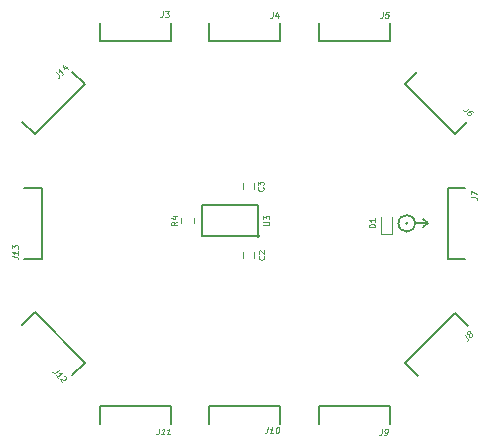
<source format=gbr>
G04 #@! TF.FileFunction,Legend,Top*
%FSLAX46Y46*%
G04 Gerber Fmt 4.6, Leading zero omitted, Abs format (unit mm)*
G04 Created by KiCad (PCBNEW 4.0.7-e2-6376~58~ubuntu16.04.1) date Mon Jul 30 23:14:02 2018*
%MOMM*%
%LPD*%
G01*
G04 APERTURE LIST*
%ADD10C,0.100000*%
%ADD11C,0.120000*%
%ADD12C,0.150000*%
G04 APERTURE END LIST*
D10*
D11*
X139830000Y-99910000D02*
X139830000Y-99410000D01*
X138890000Y-99410000D02*
X138890000Y-99910000D01*
X138890000Y-93610000D02*
X138890000Y-94110000D01*
X139830000Y-94110000D02*
X139830000Y-93610000D01*
X150570000Y-97930000D02*
X151470000Y-97930000D01*
X151470000Y-97930000D02*
X151470000Y-96480000D01*
X150570000Y-97930000D02*
X150570000Y-96480000D01*
X133630000Y-96510000D02*
X133630000Y-97010000D01*
X134690000Y-97010000D02*
X134690000Y-96510000D01*
D12*
X140287475Y-98060000D02*
G75*
G03X140287475Y-98060000I-127475J0D01*
G01*
X139360000Y-98060000D02*
X135360000Y-98060000D01*
X135360000Y-98060000D02*
X135360000Y-95460000D01*
X135360000Y-95460000D02*
X140160000Y-95460000D01*
X140160000Y-95460000D02*
X140160000Y-98060000D01*
X140160000Y-98060000D02*
X139360000Y-98060000D01*
X126730000Y-80040000D02*
X126730000Y-81540000D01*
X126730000Y-81540000D02*
X132730000Y-81540000D01*
X132730000Y-81540000D02*
X132730000Y-80040000D01*
X136000000Y-80040000D02*
X136000000Y-81540000D01*
X136000000Y-81540000D02*
X142000000Y-81540000D01*
X142000000Y-81540000D02*
X142000000Y-80040000D01*
X145290000Y-80040000D02*
X145290000Y-81540000D01*
X145290000Y-81540000D02*
X151290000Y-81540000D01*
X151290000Y-81540000D02*
X151290000Y-80040000D01*
X153602944Y-84144416D02*
X152542284Y-85205076D01*
X152542284Y-85205076D02*
X156784924Y-89447716D01*
X156784924Y-89447716D02*
X157845584Y-88387056D01*
X157680000Y-94000000D02*
X156180000Y-94000000D01*
X156180000Y-94000000D02*
X156180000Y-100000000D01*
X156180000Y-100000000D02*
X157680000Y-100000000D01*
X157895584Y-105652944D02*
X156834924Y-104592284D01*
X156834924Y-104592284D02*
X152592284Y-108834924D01*
X152592284Y-108834924D02*
X153652944Y-109895584D01*
X151275000Y-113950000D02*
X151275000Y-112450000D01*
X151275000Y-112450000D02*
X145275000Y-112450000D01*
X145275000Y-112450000D02*
X145275000Y-113950000D01*
X142000000Y-113950000D02*
X142000000Y-112450000D01*
X142000000Y-112450000D02*
X136000000Y-112450000D01*
X136000000Y-112450000D02*
X136000000Y-113950000D01*
X132730000Y-113960000D02*
X132730000Y-112460000D01*
X132730000Y-112460000D02*
X126730000Y-112460000D01*
X126730000Y-112460000D02*
X126730000Y-113960000D01*
X124422056Y-109845584D02*
X125482716Y-108784924D01*
X125482716Y-108784924D02*
X121240076Y-104542284D01*
X121240076Y-104542284D02*
X120179416Y-105602944D01*
X120325000Y-100000000D02*
X121825000Y-100000000D01*
X121825000Y-100000000D02*
X121825000Y-94000000D01*
X121825000Y-94000000D02*
X120325000Y-94000000D01*
X120179416Y-88397056D02*
X121240076Y-89457716D01*
X121240076Y-89457716D02*
X125482716Y-85215076D01*
X125482716Y-85215076D02*
X124422056Y-84154416D01*
X154520000Y-97000000D02*
X154120000Y-97350000D01*
X154520000Y-97000000D02*
X154120000Y-96650000D01*
X153420000Y-97000000D02*
X154520000Y-97000000D01*
X153420446Y-97000000D02*
G75*
G03X153420446Y-97000000I-700446J0D01*
G01*
X152799057Y-97000000D02*
G75*
G03X152799057Y-97000000I-79057J0D01*
G01*
D10*
X140628571Y-99753333D02*
X140652381Y-99777143D01*
X140676190Y-99848571D01*
X140676190Y-99896190D01*
X140652381Y-99967619D01*
X140604762Y-100015238D01*
X140557143Y-100039047D01*
X140461905Y-100062857D01*
X140390476Y-100062857D01*
X140295238Y-100039047D01*
X140247619Y-100015238D01*
X140200000Y-99967619D01*
X140176190Y-99896190D01*
X140176190Y-99848571D01*
X140200000Y-99777143D01*
X140223810Y-99753333D01*
X140223810Y-99562857D02*
X140200000Y-99539047D01*
X140176190Y-99491428D01*
X140176190Y-99372381D01*
X140200000Y-99324762D01*
X140223810Y-99300952D01*
X140271429Y-99277143D01*
X140319048Y-99277143D01*
X140390476Y-99300952D01*
X140676190Y-99586666D01*
X140676190Y-99277143D01*
X140568571Y-93943333D02*
X140592381Y-93967143D01*
X140616190Y-94038571D01*
X140616190Y-94086190D01*
X140592381Y-94157619D01*
X140544762Y-94205238D01*
X140497143Y-94229047D01*
X140401905Y-94252857D01*
X140330476Y-94252857D01*
X140235238Y-94229047D01*
X140187619Y-94205238D01*
X140140000Y-94157619D01*
X140116190Y-94086190D01*
X140116190Y-94038571D01*
X140140000Y-93967143D01*
X140163810Y-93943333D01*
X140116190Y-93776666D02*
X140116190Y-93467143D01*
X140306667Y-93633809D01*
X140306667Y-93562381D01*
X140330476Y-93514762D01*
X140354286Y-93490952D01*
X140401905Y-93467143D01*
X140520952Y-93467143D01*
X140568571Y-93490952D01*
X140592381Y-93514762D01*
X140616190Y-93562381D01*
X140616190Y-93705238D01*
X140592381Y-93752857D01*
X140568571Y-93776666D01*
X150046190Y-97349047D02*
X149546190Y-97349047D01*
X149546190Y-97230000D01*
X149570000Y-97158571D01*
X149617619Y-97110952D01*
X149665238Y-97087143D01*
X149760476Y-97063333D01*
X149831905Y-97063333D01*
X149927143Y-97087143D01*
X149974762Y-97110952D01*
X150022381Y-97158571D01*
X150046190Y-97230000D01*
X150046190Y-97349047D01*
X150046190Y-96587143D02*
X150046190Y-96872857D01*
X150046190Y-96730000D02*
X149546190Y-96730000D01*
X149617619Y-96777619D01*
X149665238Y-96825238D01*
X149689048Y-96872857D01*
X133286190Y-96843333D02*
X133048095Y-97010000D01*
X133286190Y-97129047D02*
X132786190Y-97129047D01*
X132786190Y-96938571D01*
X132810000Y-96890952D01*
X132833810Y-96867143D01*
X132881429Y-96843333D01*
X132952857Y-96843333D01*
X133000476Y-96867143D01*
X133024286Y-96890952D01*
X133048095Y-96938571D01*
X133048095Y-97129047D01*
X132952857Y-96414762D02*
X133286190Y-96414762D01*
X132762381Y-96533809D02*
X133119524Y-96652857D01*
X133119524Y-96343333D01*
X140586190Y-97140952D02*
X140990952Y-97140952D01*
X141038571Y-97117143D01*
X141062381Y-97093333D01*
X141086190Y-97045714D01*
X141086190Y-96950476D01*
X141062381Y-96902857D01*
X141038571Y-96879048D01*
X140990952Y-96855238D01*
X140586190Y-96855238D01*
X140586190Y-96664761D02*
X140586190Y-96355238D01*
X140776667Y-96521904D01*
X140776667Y-96450476D01*
X140800476Y-96402857D01*
X140824286Y-96379047D01*
X140871905Y-96355238D01*
X140990952Y-96355238D01*
X141038571Y-96379047D01*
X141062381Y-96402857D01*
X141086190Y-96450476D01*
X141086190Y-96593333D01*
X141062381Y-96640952D01*
X141038571Y-96664761D01*
X132107560Y-79036190D02*
X132062917Y-79393333D01*
X132030179Y-79464762D01*
X131976607Y-79512381D01*
X131902203Y-79536190D01*
X131854584Y-79536190D01*
X132298036Y-79036190D02*
X132607559Y-79036190D01*
X132417084Y-79226667D01*
X132488512Y-79226667D01*
X132533155Y-79250476D01*
X132553988Y-79274286D01*
X132571845Y-79321905D01*
X132556964Y-79440952D01*
X132527203Y-79488571D01*
X132500416Y-79512381D01*
X132449821Y-79536190D01*
X132306964Y-79536190D01*
X132262321Y-79512381D01*
X132241489Y-79488571D01*
X141417560Y-79096190D02*
X141372917Y-79453333D01*
X141340179Y-79524762D01*
X141286607Y-79572381D01*
X141212203Y-79596190D01*
X141164584Y-79596190D01*
X141849107Y-79262857D02*
X141807440Y-79596190D01*
X141753869Y-79072381D02*
X141590179Y-79429524D01*
X141899703Y-79429524D01*
X150727560Y-79096190D02*
X150682917Y-79453333D01*
X150650179Y-79524762D01*
X150596607Y-79572381D01*
X150522203Y-79596190D01*
X150474584Y-79596190D01*
X151203750Y-79096190D02*
X150965655Y-79096190D01*
X150912083Y-79334286D01*
X150938870Y-79310476D01*
X150989465Y-79286667D01*
X151108512Y-79286667D01*
X151153155Y-79310476D01*
X151173988Y-79334286D01*
X151191845Y-79381905D01*
X151176964Y-79500952D01*
X151147203Y-79548571D01*
X151120416Y-79572381D01*
X151069821Y-79596190D01*
X150950774Y-79596190D01*
X150906131Y-79572381D01*
X150885298Y-79548571D01*
X158029964Y-87232738D02*
X157745858Y-87453709D01*
X157672201Y-87481067D01*
X157600648Y-87476858D01*
X157531201Y-87441082D01*
X157497529Y-87407410D01*
X158349845Y-87552619D02*
X158282501Y-87485275D01*
X158229889Y-87466336D01*
X158194113Y-87464232D01*
X158103620Y-87474754D01*
X158011023Y-87516843D01*
X157859500Y-87634694D01*
X157838456Y-87680993D01*
X157836350Y-87712560D01*
X157851082Y-87760963D01*
X157918425Y-87828306D01*
X157971037Y-87847247D01*
X158006814Y-87849352D01*
X158061530Y-87836724D01*
X158156232Y-87763068D01*
X158177277Y-87716769D01*
X158179382Y-87685202D01*
X158164650Y-87636799D01*
X158097306Y-87569456D01*
X158044695Y-87550515D01*
X158008918Y-87548411D01*
X157954201Y-87561038D01*
X158166190Y-94742440D02*
X158523333Y-94787083D01*
X158594762Y-94819821D01*
X158642381Y-94873393D01*
X158666190Y-94947797D01*
X158666190Y-94995416D01*
X158166190Y-94551964D02*
X158166190Y-94218631D01*
X158666190Y-94495417D01*
X157637738Y-106425036D02*
X157858709Y-106709142D01*
X157886067Y-106782799D01*
X157881858Y-106854352D01*
X157846082Y-106923799D01*
X157812410Y-106957471D01*
X157989187Y-106376633D02*
X157940784Y-106391365D01*
X157909217Y-106389260D01*
X157862917Y-106368216D01*
X157848186Y-106349276D01*
X157835560Y-106294559D01*
X157837664Y-106258783D01*
X157856604Y-106206171D01*
X157923947Y-106138827D01*
X157972351Y-106124096D01*
X158003919Y-106126200D01*
X158050217Y-106147246D01*
X158064948Y-106166186D01*
X158077575Y-106220902D01*
X158075471Y-106256678D01*
X158056530Y-106309290D01*
X157989187Y-106376633D01*
X157970246Y-106429246D01*
X157968142Y-106465022D01*
X157980769Y-106519738D01*
X158039694Y-106595500D01*
X158085993Y-106616544D01*
X158117560Y-106618650D01*
X158165963Y-106603918D01*
X158233306Y-106536575D01*
X158252247Y-106483963D01*
X158254352Y-106448186D01*
X158241724Y-106393470D01*
X158182799Y-106317708D01*
X158136501Y-106296663D01*
X158104933Y-106294560D01*
X158056530Y-106309290D01*
X150642560Y-114401190D02*
X150597917Y-114758333D01*
X150565179Y-114829762D01*
X150511607Y-114877381D01*
X150437203Y-114901190D01*
X150389584Y-114901190D01*
X150841964Y-114901190D02*
X150937202Y-114901190D01*
X150987797Y-114877381D01*
X151014584Y-114853571D01*
X151071131Y-114782143D01*
X151106845Y-114686905D01*
X151130654Y-114496429D01*
X151112798Y-114448810D01*
X151091964Y-114425000D01*
X151047321Y-114401190D01*
X150952083Y-114401190D01*
X150901488Y-114425000D01*
X150874703Y-114448810D01*
X150844940Y-114496429D01*
X150830060Y-114615476D01*
X150847917Y-114663095D01*
X150868750Y-114686905D01*
X150913393Y-114710714D01*
X151008631Y-114710714D01*
X151059226Y-114686905D01*
X151086012Y-114663095D01*
X151115774Y-114615476D01*
X140979465Y-114251190D02*
X140934822Y-114608333D01*
X140902084Y-114679762D01*
X140848512Y-114727381D01*
X140774108Y-114751190D01*
X140726489Y-114751190D01*
X141416964Y-114751190D02*
X141131250Y-114751190D01*
X141274107Y-114751190D02*
X141336607Y-114251190D01*
X141280060Y-114322619D01*
X141226488Y-114370238D01*
X141175893Y-114394048D01*
X141788988Y-114251190D02*
X141836607Y-114251190D01*
X141881250Y-114275000D01*
X141902083Y-114298810D01*
X141919940Y-114346429D01*
X141931845Y-114441667D01*
X141916964Y-114560714D01*
X141881250Y-114655952D01*
X141851488Y-114703571D01*
X141824702Y-114727381D01*
X141774107Y-114751190D01*
X141726488Y-114751190D01*
X141681845Y-114727381D01*
X141661012Y-114703571D01*
X141643155Y-114655952D01*
X141631250Y-114560714D01*
X141646131Y-114441667D01*
X141681845Y-114346429D01*
X141711607Y-114298810D01*
X141738393Y-114275000D01*
X141788988Y-114251190D01*
X131779465Y-114376190D02*
X131734822Y-114733333D01*
X131702084Y-114804762D01*
X131648512Y-114852381D01*
X131574108Y-114876190D01*
X131526489Y-114876190D01*
X132216964Y-114876190D02*
X131931250Y-114876190D01*
X132074107Y-114876190D02*
X132136607Y-114376190D01*
X132080060Y-114447619D01*
X132026488Y-114495238D01*
X131975893Y-114519048D01*
X132693154Y-114876190D02*
X132407440Y-114876190D01*
X132550297Y-114876190D02*
X132612797Y-114376190D01*
X132556250Y-114447619D01*
X132502678Y-114495238D01*
X132452083Y-114519048D01*
X123256605Y-109419379D02*
X122972499Y-109640350D01*
X122898842Y-109667709D01*
X122827289Y-109663499D01*
X122757842Y-109627723D01*
X122724171Y-109594052D01*
X123212410Y-110082291D02*
X123010380Y-109880261D01*
X123111395Y-109981276D02*
X123509143Y-109671917D01*
X123418650Y-109682440D01*
X123347097Y-109678231D01*
X123294485Y-109659291D01*
X123706964Y-109937083D02*
X123742740Y-109939187D01*
X123795353Y-109958127D01*
X123879532Y-110042306D01*
X123894263Y-110090709D01*
X123892158Y-110122277D01*
X123871113Y-110168575D01*
X123833232Y-110198038D01*
X123759577Y-110225397D01*
X123330262Y-110200143D01*
X123549127Y-110419008D01*
X119326190Y-99795535D02*
X119683333Y-99840178D01*
X119754762Y-99872916D01*
X119802381Y-99926488D01*
X119826190Y-100000892D01*
X119826190Y-100048511D01*
X119826190Y-99358036D02*
X119826190Y-99643750D01*
X119826190Y-99500893D02*
X119326190Y-99438393D01*
X119397619Y-99494940D01*
X119445238Y-99548512D01*
X119469048Y-99599107D01*
X119326190Y-99128869D02*
X119326190Y-98819346D01*
X119516667Y-99009821D01*
X119516667Y-98938393D01*
X119540476Y-98893750D01*
X119564286Y-98872917D01*
X119611905Y-98855060D01*
X119730952Y-98869941D01*
X119778571Y-98899702D01*
X119802381Y-98926489D01*
X119826190Y-98977084D01*
X119826190Y-99119941D01*
X119802381Y-99164584D01*
X119778571Y-99185416D01*
X123044379Y-84193395D02*
X123265350Y-84477501D01*
X123292709Y-84551158D01*
X123288499Y-84622711D01*
X123252723Y-84692158D01*
X123219052Y-84725829D01*
X123707291Y-84237590D02*
X123505261Y-84439620D01*
X123606276Y-84338605D02*
X123296917Y-83940857D01*
X123307440Y-84031350D01*
X123303231Y-84102903D01*
X123284291Y-84155515D01*
X123804098Y-83669379D02*
X124010337Y-83934544D01*
X123602067Y-83602036D02*
X123738859Y-83970320D01*
X123957726Y-83751454D01*
M02*

</source>
